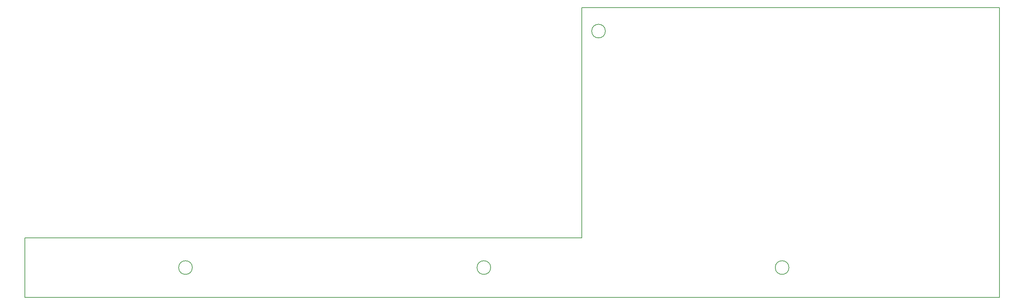
<source format=gko>
G04 (created by PCBNEW (2013-07-07 BZR 4022)-stable) date 23/04/2014 17:50:20*
%MOIN*%
G04 Gerber Fmt 3.4, Leading zero omitted, Abs format*
%FSLAX34Y34*%
G01*
G70*
G90*
G04 APERTURE LIST*
%ADD10C,0.006*%
%ADD11C,0.00787402*%
G04 APERTURE END LIST*
G54D10*
G54D11*
X58380Y-2370D02*
G75*
G03X58380Y-2370I-688J0D01*
G74*
G01*
X56000Y0D02*
X56000Y-23200D01*
X98000Y0D02*
X98000Y-29200D01*
X98000Y-29200D02*
X0Y-29200D01*
X98000Y0D02*
X56000Y0D01*
X16848Y-26200D02*
G75*
G03X16848Y-26200I-688J0D01*
G74*
G01*
X46848Y-26200D02*
G75*
G03X46848Y-26200I-688J0D01*
G74*
G01*
X76838Y-26200D02*
G75*
G03X76838Y-26200I-688J0D01*
G74*
G01*
X0Y-23200D02*
X56000Y-23200D01*
X0Y-29200D02*
X0Y-23200D01*
M02*

</source>
